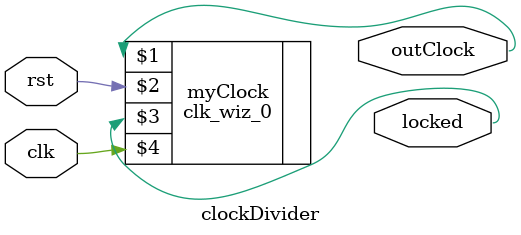
<source format=v>
module clockDivider
(
    input clk,
    input rst,

    output wire outClock,
    output wire locked
);

    clk_wiz_0 myClock(outClock, rst, locked, clk);

endmodule
</source>
